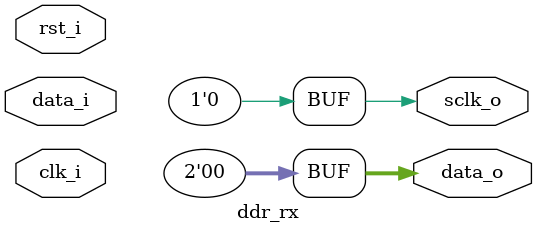
<source format=v>
module ddr_rx(	// file.cleaned.mlir:2:3
  input        rst_i,	// file.cleaned.mlir:2:24
               data_i,	// file.cleaned.mlir:2:40
               clk_i,	// file.cleaned.mlir:2:57
  output [1:0] data_o,	// file.cleaned.mlir:2:74
  output       sclk_o	// file.cleaned.mlir:2:91
);

  assign data_o = 2'h0;	// file.cleaned.mlir:3:14, :5:5
  assign sclk_o = 1'h0;	// file.cleaned.mlir:4:14, :5:5
endmodule


</source>
